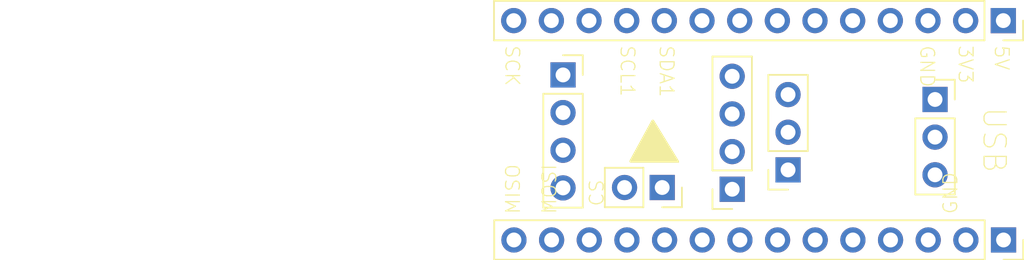
<source format=kicad_pcb>
(kicad_pcb (version 20241229) (generator "pcbnew") (generator_version "9.0")
  (layers (0 "F.Cu" signal) (2 "B.Cu" signal) (13 "F.Paste" user) (15 "B.Paste" user) (5 "F.SilkS" user "F.Silkscreen") (7 "B.SilkS" user "B.Silkscreen") (1 "F.Mask" user) (3 "B.Mask" user) (25 "Edge.Cuts" user))
  (net 0 "")
  (net 1 "/GND")
  (net 2 "/3V3")
  (net 3 "/5V")
  (net 6 "/SDA1")
  (net 11 "/SCL1")
  (net 13 "/SCK")
  (net 15 "/CS")
  (net 16 "/MOSI")
  (net 17 "unconnected-(J5-Pin_6-Pad6)")
  (net 21 "unconnected-(J5-Pin_4-Pad4)")
  (net 22 "/MISO")
  (footprint "Connector_PinSocket_2.54mm:PinSocket_1x03_P2.54mm_Vertical" (layer "F.Cu") (at 153.010783 103.46013 180)
    (property "Reference" "J2" (hide yes))
    (property "Value" "Conn_01x03_Socket" (hide yes))
    (fp_line (start 1.33 1.27) (end 1.33 6.41) (stroke (width 0.12)) (layer "F.SilkS"))
    (fp_line (start 1.33 -1.33) (end 1.33 0) (stroke (width 0.12)) (layer "F.SilkS"))
    (fp_line (start 0 -1.33) (end 1.33 -1.33) (stroke (width 0.12)) (layer "F.SilkS"))
    (fp_line (start -1.33 6.41) (end 1.33 6.41) (stroke (width 0.12)) (layer "F.SilkS"))
    (fp_line (start -1.33 1.27) (end 1.33 1.27) (stroke (width 0.12)) (layer "F.SilkS"))
    (fp_line (start -1.33 1.27) (end -1.33 6.41) (stroke (width 0.12)) (layer "F.SilkS"))
    (pad "1" thru_hole rect (at 0 0 180) (size 1.7 1.7) (drill 1) (layers "*.Cu" "*.Mask"))
    (pad "2" thru_hole circle (at 0 2.54 180) (size 1.7 1.7) (drill 1) (layers "*.Cu" "*.Mask") (net 1 "/GND"))
    (pad "3" thru_hole circle (at 0 5.08 180) (size 1.7 1.7) (drill 1) (layers "*.Cu" "*.Mask") (net 2 "/3V3"))
  )
  (footprint "Connector_PinSocket_2.54mm:PinSocket_1x02_P2.54mm_Vertical" (layer "F.Cu") (at 144.522471 104.647938 -90)
    (property "Reference" "J3" (hide yes))
    (property "Value" "Conn_01x02_Socket" (hide yes))
    (fp_line (start -1.33 3.87) (end 1.33 3.87) (stroke (width 0.12)) (layer "F.SilkS"))
    (fp_line (start -1.33 1.27) (end -1.33 3.87) (stroke (width 0.12)) (layer "F.SilkS"))
    (fp_line (start -1.33 1.27) (end 1.33 1.27) (stroke (width 0.12)) (layer "F.SilkS"))
    (fp_line (start 1.33 1.27) (end 1.33 3.87) (stroke (width 0.12)) (layer "F.SilkS"))
    (fp_line (start 0 -1.33) (end 1.33 -1.33) (stroke (width 0.12)) (layer "F.SilkS"))
    (fp_line (start 1.33 -1.33) (end 1.33 0) (stroke (width 0.12)) (layer "F.SilkS"))
    (pad "1" thru_hole rect (at 0 0 270) (size 1.7 1.7) (drill 1) (layers "*.Cu" "*.Mask") (net 2 "/3V3"))
    (pad "2" thru_hole circle (at 0 2.54 270) (size 1.7 1.7) (drill 1) (layers "*.Cu" "*.Mask") (net 1 "/GND"))
  )
  (footprint "Connector_PinSocket_2.54mm:PinSocket_1x14_P2.54mm_Vertical" (layer "F.Cu") (at 167.543706 108.18601 -90)
    (property "Reference" "J5" (hide yes))
    (property "Value" "Conn_01x14_Socket" (hide yes))
    (fp_line (start -1.33 34.35) (end 1.33 34.35) (stroke (width 0.12)) (layer "F.SilkS"))
    (fp_line (start -1.33 1.27) (end -1.33 34.35) (stroke (width 0.12)) (layer "F.SilkS"))
    (fp_line (start -1.33 1.27) (end 1.33 1.27) (stroke (width 0.12)) (layer "F.SilkS"))
    (fp_line (start 1.33 1.27) (end 1.33 34.35) (stroke (width 0.12)) (layer "F.SilkS"))
    (fp_line (start 0 -1.33) (end 1.33 -1.33) (stroke (width 0.12)) (layer "F.SilkS"))
    (fp_line (start 1.33 -1.33) (end 1.33 0) (stroke (width 0.12)) (layer "F.SilkS"))
    (pad "1" thru_hole rect (at 0 0 270) (size 1.7 1.7) (drill 1) (layers "*.Cu" "*.Mask") (net 1 "/GND"))
    (pad "2" thru_hole circle (at 0 2.54 270) (size 1.7 1.7) (drill 1) (layers "*.Cu" "*.Mask"))
    (pad "3" thru_hole circle (at 0 5.08 270) (size 1.7 1.7) (drill 1) (layers "*.Cu" "*.Mask"))
    (pad "4" thru_hole circle (at 0 7.62 270) (size 1.7 1.7) (drill 1) (layers "*.Cu" "*.Mask") (net 21 "unconnected-(J5-Pin_4-Pad4)"))
    (pad "5" thru_hole circle (at 0 10.16 270) (size 1.7 1.7) (drill 1) (layers "*.Cu" "*.Mask"))
    (pad "6" thru_hole circle (at 0 12.7 270) (size 1.7 1.7) (drill 1) (layers "*.Cu" "*.Mask") (net 17 "unconnected-(J5-Pin_6-Pad6)"))
    (pad "7" thru_hole circle (at 0 15.24 270) (size 1.7 1.7) (drill 1) (layers "*.Cu" "*.Mask"))
    (pad "8" thru_hole circle (at 0 17.78 270) (size 1.7 1.7) (drill 1) (layers "*.Cu" "*.Mask"))
    (pad "9" thru_hole circle (at 0 20.32 270) (size 1.7 1.7) (drill 1) (layers "*.Cu" "*.Mask"))
    (pad "10" thru_hole circle (at 0 22.86 270) (size 1.7 1.7) (drill 1) (layers "*.Cu" "*.Mask"))
    (pad "11" thru_hole circle (at 0 25.4 270) (size 1.7 1.7) (drill 1) (layers "*.Cu" "*.Mask"))
    (pad "12" thru_hole circle (at 0 27.94 270) (size 1.7 1.7) (drill 1) (layers "*.Cu" "*.Mask") (net 15 "/CS"))
    (pad "13" thru_hole circle (at 0 30.48 270) (size 1.7 1.7) (drill 1) (layers "*.Cu" "*.Mask") (net 16 "/MOSI"))
    (pad "14" thru_hole circle (at 0 33.02 270) (size 1.7 1.7) (drill 1) (layers "*.Cu" "*.Mask") (net 22 "/MISO"))
  )
  (footprint "Connector_PinSocket_2.54mm:PinSocket_1x04_P2.54mm_Vertical" (layer "F.Cu") (at 149.243296 104.765958 180)
    (property "Reference" "J6" (hide yes))
    (property "Value" "Conn_01x04_Socket" (hide yes))
    (fp_line (start 1.33 1.27) (end 1.33 8.95) (stroke (width 0.12)) (layer "F.SilkS"))
    (fp_line (start 1.33 -1.33) (end 1.33 0) (stroke (width 0.12)) (layer "F.SilkS"))
    (fp_line (start 0 -1.33) (end 1.33 -1.33) (stroke (width 0.12)) (layer "F.SilkS"))
    (fp_line (start -1.33 8.95) (end 1.33 8.95) (stroke (width 0.12)) (layer "F.SilkS"))
    (fp_line (start -1.33 1.27) (end 1.33 1.27) (stroke (width 0.12)) (layer "F.SilkS"))
    (fp_line (start -1.33 1.27) (end -1.33 8.95) (stroke (width 0.12)) (layer "F.SilkS"))
    (pad "1" thru_hole rect (at 0 0 180) (size 1.7 1.7) (drill 1) (layers "*.Cu" "*.Mask") (net 22 "/MISO"))
    (pad "2" thru_hole circle (at 0 2.54 180) (size 1.7 1.7) (drill 1) (layers "*.Cu" "*.Mask") (net 16 "/MOSI"))
    (pad "3" thru_hole circle (at 0 5.08 180) (size 1.7 1.7) (drill 1) (layers "*.Cu" "*.Mask") (net 15 "/CS"))
    (pad "4" thru_hole circle (at 0 7.62 180) (size 1.7 1.7) (drill 1) (layers "*.Cu" "*.Mask"))
  )
  (footprint "Connector_PinSocket_2.54mm:PinSocket_1x14_P2.54mm_Vertical" (layer "F.Cu") (at 167.528566 93.39148 -90)
    (property "Reference" "J4" (hide yes))
    (property "Value" "Conn_01x14_Socket" (hide yes))
    (fp_line (start -1.33 34.35) (end 1.33 34.35) (stroke (width 0.12)) (layer "F.SilkS"))
    (fp_line (start -1.33 1.27) (end -1.33 34.35) (stroke (width 0.12)) (layer "F.SilkS"))
    (fp_line (start -1.33 1.27) (end 1.33 1.27) (stroke (width 0.12)) (layer "F.SilkS"))
    (fp_line (start 1.33 1.27) (end 1.33 34.35) (stroke (width 0.12)) (layer "F.SilkS"))
    (fp_line (start 0 -1.33) (end 1.33 -1.33) (stroke (width 0.12)) (layer "F.SilkS"))
    (fp_line (start 1.33 -1.33) (end 1.33 0) (stroke (width 0.12)) (layer "F.SilkS"))
    (pad "1" thru_hole rect (at 0 0 270) (size 1.7 1.7) (drill 1) (layers "*.Cu" "*.Mask") (net 3 "/5V"))
    (pad "2" thru_hole circle (at 0 2.54 270) (size 1.7 1.7) (drill 1) (layers "*.Cu" "*.Mask") (net 2 "/3V3"))
    (pad "3" thru_hole circle (at 0 5.08 270) (size 1.7 1.7) (drill 1) (layers "*.Cu" "*.Mask") (net 1 "/GND"))
    (pad "4" thru_hole circle (at 0 7.62 270) (size 1.7 1.7) (drill 1) (layers "*.Cu" "*.Mask"))
    (pad "5" thru_hole circle (at 0 10.16 270) (size 1.7 1.7) (drill 1) (layers "*.Cu" "*.Mask"))
    (pad "6" thru_hole circle (at 0 12.7 270) (size 1.7 1.7) (drill 1) (layers "*.Cu" "*.Mask"))
    (pad "7" thru_hole circle (at 0 15.24 270) (size 1.7 1.7) (drill 1) (layers "*.Cu" "*.Mask"))
    (pad "8" thru_hole circle (at 0 17.78 270) (size 1.7 1.7) (drill 1) (layers "*.Cu" "*.Mask"))
    (pad "9" thru_hole circle (at 0 20.32 270) (size 1.7 1.7) (drill 1) (layers "*.Cu" "*.Mask"))
    (pad "10" thru_hole circle (at 0 22.86 270) (size 1.7 1.7) (drill 1) (layers "*.Cu" "*.Mask") (net 6 "/SDA1"))
    (pad "11" thru_hole circle (at 0 25.4 270) (size 1.7 1.7) (drill 1) (layers "*.Cu" "*.Mask") (net 11 "/SCL1"))
    (pad "12" thru_hole circle (at 0 27.94 270) (size 1.7 1.7) (drill 1) (layers "*.Cu" "*.Mask"))
    (pad "13" thru_hole circle (at 0 30.48 270) (size 1.7 1.7) (drill 1) (layers "*.Cu" "*.Mask"))
    (pad "14" thru_hole circle (at 0 33.02 270) (size 1.7 1.7) (drill 1) (layers "*.Cu" "*.Mask") (net 13 "/SCK"))
  )
  (footprint "Connector_PinSocket_2.54mm:PinSocket_1x03_P2.54mm_Vertical" (layer "F.Cu") (at 162.924516 98.710588)
    (property "Reference" "J7" (hide yes))
    (property "Value" "Conn_01x03_Socket" (hide yes))
    (fp_line (start -1.33 1.27) (end -1.33 6.41) (stroke (width 0.12)) (layer "F.SilkS"))
    (fp_line (start -1.33 1.27) (end 1.33 1.27) (stroke (width 0.12)) (layer "F.SilkS"))
    (fp_line (start -1.33 6.41) (end 1.33 6.41) (stroke (width 0.12)) (layer "F.SilkS"))
    (fp_line (start 0 -1.33) (end 1.33 -1.33) (stroke (width 0.12)) (layer "F.SilkS"))
    (fp_line (start 1.33 -1.33) (end 1.33 0) (stroke (width 0.12)) (layer "F.SilkS"))
    (fp_line (start 1.33 1.27) (end 1.33 6.41) (stroke (width 0.12)) (layer "F.SilkS"))
    (pad "1" thru_hole rect (at 0 0) (size 1.7 1.7) (drill 1) (layers "*.Cu" "*.Mask"))
    (pad "2" thru_hole circle (at 0 2.54) (size 1.7 1.7) (drill 1) (layers "*.Cu" "*.Mask") (net 6 "/SDA1"))
    (pad "3" thru_hole circle (at 0 5.08) (size 1.7 1.7) (drill 1) (layers "*.Cu" "*.Mask") (net 11 "/SCL1"))
  )
  (footprint "Connector_PinSocket_2.54mm:PinSocket_1x04_P2.54mm_Vertical" (layer "F.Cu") (at 137.834635 97.055277)
    (property "Reference" "J1" (hide yes))
    (property "Value" "Conn_01x04_Socket" (hide yes))
    (fp_line (start -1.33 1.27) (end -1.33 8.95) (stroke (width 0.12)) (layer "F.SilkS"))
    (fp_line (start -1.33 1.27) (end 1.33 1.27) (stroke (width 0.12)) (layer "F.SilkS"))
    (fp_line (start -1.33 8.95) (end 1.33 8.95) (stroke (width 0.12)) (layer "F.SilkS"))
    (fp_line (start 0 -1.33) (end 1.33 -1.33) (stroke (width 0.12)) (layer "F.SilkS"))
    (fp_line (start 1.33 -1.33) (end 1.33 0) (stroke (width 0.12)) (layer "F.SilkS"))
    (fp_line (start 1.33 1.27) (end 1.33 8.95) (stroke (width 0.12)) (layer "F.SilkS"))
    (pad "1" thru_hole rect (at 0 0) (size 1.7 1.7) (drill 1) (layers "*.Cu" "*.Mask") (net 13 "/SCK"))
    (pad "2" thru_hole circle (at 0 2.54) (size 1.7 1.7) (drill 1) (layers "*.Cu" "*.Mask"))
    (pad "3" thru_hole circle (at 0 5.08) (size 1.7 1.7) (drill 1) (layers "*.Cu" "*.Mask"))
    (pad "4" thru_hole circle (at 0 7.62) (size 1.7 1.7) (drill 1) (layers "*.Cu" "*.Mask"))
  )
  (gr_poly (pts (xy 143.887334 100.170195) (xy 142.408773 102.877628) (xy 145.545317 102.877628)) (stroke (width 0.2)) (fill yes) (layer "F.SilkS"))
  (gr_text "" (at 99.861386 109.494652 0) (layer "F.Cu") (effects (font (size 0.93472 0.93472) (thickness 0.08128)) (justify left bottom)))
  (gr_text "MISO" (at 135.010494 106.5 90) (layer "F.SilkS") (effects (font (size 0.93472 0.93472) (thickness 0.08128)) (justify left bottom)))
  (gr_text "SCL1" (at 141.63348 95 270) (layer "F.SilkS") (effects (font (size 0.93472 0.93472) (thickness 0.08128)) (justify left bottom)))
  (gr_text "5V" (at 166.875576 95 270) (layer "F.SilkS") (effects (font (size 0.93472 0.93472) (thickness 0.08128)) (justify left bottom)))
  (gr_text "SDA1\n" (at 144.270612 95 270) (layer "F.SilkS") (effects (font (size 0.93472 0.93472) (thickness 0.08128)) (justify left bottom)))
  (gr_text "SCK" (at 133.864155 95 270) (layer "F.SilkS") (effects (font (size 0.93472 0.93472) (thickness 0.08128)) (justify left bottom)))
  (gr_text "MOSI" (at 137.464069 106.5 90) (layer "F.SilkS") (effects (font (size 0.93472 0.93472) (thickness 0.08128)) (justify left bottom)))
  (gr_text "GND" (at 164.506589 106.5 90) (layer "F.SilkS") (effects (font (size 0.93472 0.93472) (thickness 0.08128)) (justify left bottom)))
  (gr_text "3V3" (at 164.437131 95 270) (layer "F.SilkS") (effects (font (size 0.93472 0.93472) (thickness 0.08128)) (justify left bottom)))
  (gr_text "GND" (at 161.848166 95 270) (layer "F.SilkS") (effects (font (size 0.93472 0.93472) (thickness 0.08128)) (justify left bottom)))
  (gr_text "USB\n" (at 166.041566 99.140308 270) (layer "F.SilkS") (effects (font (size 1.5 1.5) (thickness 0.08128)) (justify left bottom)))
  (gr_text "CS" (at 140.652471 105.977938 90) (layer "F.SilkS") (effects (font (size 0.93472 0.93472) (thickness 0.08128)) (justify left bottom)))
  (segment (start 139.68 107.57) (end 139.68 108.5) (width 0.2) (layer "B.Cu") (net 15))
  (segment (start 154.978686 108.441314) (end 154.92 108.5) (width 0.2) (layer "F.Cu") (net 17))
  (segment (start 160 108.5) (end 159.745644 108.5) (width 0.2) (layer "F.Cu") (net 21))
)
</source>
